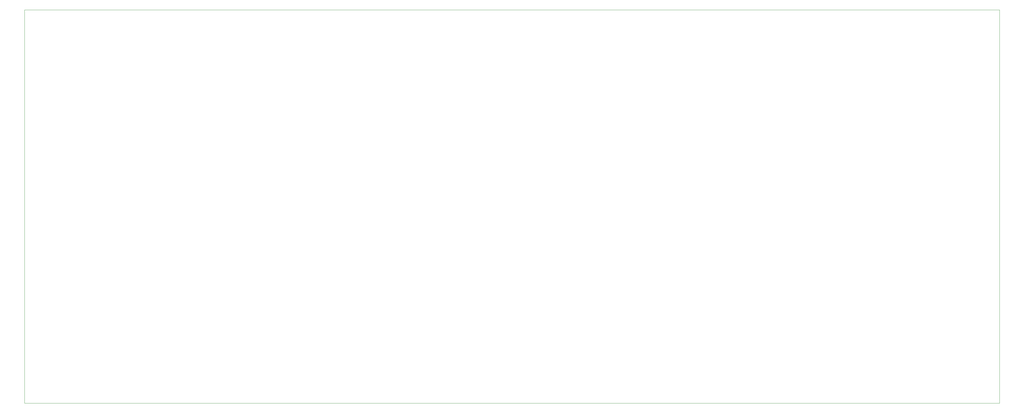
<source format=gbr>
%TF.GenerationSoftware,KiCad,Pcbnew,9.0.2*%
%TF.CreationDate,2025-06-24T14:03:34-04:00*%
%TF.ProjectId,allankeyboard,616c6c61-6e6b-4657-9962-6f6172642e6b,rev?*%
%TF.SameCoordinates,Original*%
%TF.FileFunction,Profile,NP*%
%FSLAX46Y46*%
G04 Gerber Fmt 4.6, Leading zero omitted, Abs format (unit mm)*
G04 Created by KiCad (PCBNEW 9.0.2) date 2025-06-24 14:03:34*
%MOMM*%
%LPD*%
G01*
G04 APERTURE LIST*
%TA.AperFunction,Profile*%
%ADD10C,0.050000*%
%TD*%
G04 APERTURE END LIST*
D10*
X126160000Y-156030000D02*
X436160000Y-156030000D01*
X436160000Y-281030000D01*
X126160000Y-281030000D01*
X126160000Y-156030000D01*
M02*

</source>
